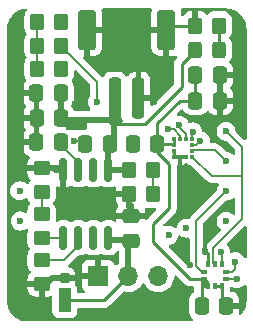
<source format=gbr>
%TF.GenerationSoftware,KiCad,Pcbnew,8.0.4*%
%TF.CreationDate,2025-01-29T23:36:48-05:00*%
%TF.ProjectId,Raidillon,52616964-696c-46c6-9f6e-2e6b69636164,rev?*%
%TF.SameCoordinates,Original*%
%TF.FileFunction,Copper,L4,Bot*%
%TF.FilePolarity,Positive*%
%FSLAX46Y46*%
G04 Gerber Fmt 4.6, Leading zero omitted, Abs format (unit mm)*
G04 Created by KiCad (PCBNEW 8.0.4) date 2025-01-29 23:36:48*
%MOMM*%
%LPD*%
G01*
G04 APERTURE LIST*
G04 Aperture macros list*
%AMRoundRect*
0 Rectangle with rounded corners*
0 $1 Rounding radius*
0 $2 $3 $4 $5 $6 $7 $8 $9 X,Y pos of 4 corners*
0 Add a 4 corners polygon primitive as box body*
4,1,4,$2,$3,$4,$5,$6,$7,$8,$9,$2,$3,0*
0 Add four circle primitives for the rounded corners*
1,1,$1+$1,$2,$3*
1,1,$1+$1,$4,$5*
1,1,$1+$1,$6,$7*
1,1,$1+$1,$8,$9*
0 Add four rect primitives between the rounded corners*
20,1,$1+$1,$2,$3,$4,$5,0*
20,1,$1+$1,$4,$5,$6,$7,0*
20,1,$1+$1,$6,$7,$8,$9,0*
20,1,$1+$1,$8,$9,$2,$3,0*%
G04 Aperture macros list end*
%TA.AperFunction,SMDPad,CuDef*%
%ADD10RoundRect,0.250000X-0.350000X-0.450000X0.350000X-0.450000X0.350000X0.450000X-0.350000X0.450000X0*%
%TD*%
%TA.AperFunction,SMDPad,CuDef*%
%ADD11RoundRect,0.250000X-0.337500X-0.475000X0.337500X-0.475000X0.337500X0.475000X-0.337500X0.475000X0*%
%TD*%
%TA.AperFunction,SMDPad,CuDef*%
%ADD12RoundRect,0.110000X0.440000X-0.890000X0.440000X0.890000X-0.440000X0.890000X-0.440000X-0.890000X0*%
%TD*%
%TA.AperFunction,SMDPad,CuDef*%
%ADD13RoundRect,0.080000X0.320000X-0.320000X0.320000X0.320000X-0.320000X0.320000X-0.320000X-0.320000X0*%
%TD*%
%TA.AperFunction,SMDPad,CuDef*%
%ADD14RoundRect,0.250000X0.337500X0.475000X-0.337500X0.475000X-0.337500X-0.475000X0.337500X-0.475000X0*%
%TD*%
%TA.AperFunction,SMDPad,CuDef*%
%ADD15RoundRect,0.250000X0.350000X0.450000X-0.350000X0.450000X-0.350000X-0.450000X0.350000X-0.450000X0*%
%TD*%
%TA.AperFunction,SMDPad,CuDef*%
%ADD16RoundRect,0.250000X0.475000X-0.337500X0.475000X0.337500X-0.475000X0.337500X-0.475000X-0.337500X0*%
%TD*%
%TA.AperFunction,SMDPad,CuDef*%
%ADD17RoundRect,0.250000X0.325000X0.450000X-0.325000X0.450000X-0.325000X-0.450000X0.325000X-0.450000X0*%
%TD*%
%TA.AperFunction,SMDPad,CuDef*%
%ADD18RoundRect,0.250000X0.450000X-0.350000X0.450000X0.350000X-0.450000X0.350000X-0.450000X-0.350000X0*%
%TD*%
%TA.AperFunction,SMDPad,CuDef*%
%ADD19RoundRect,0.250000X-0.450000X0.350000X-0.450000X-0.350000X0.450000X-0.350000X0.450000X0.350000X0*%
%TD*%
%TA.AperFunction,ComponentPad*%
%ADD20R,1.700000X1.700000*%
%TD*%
%TA.AperFunction,ComponentPad*%
%ADD21O,1.700000X1.700000*%
%TD*%
%TA.AperFunction,SMDPad,CuDef*%
%ADD22RoundRect,0.250000X-0.250000X-1.500000X0.250000X-1.500000X0.250000X1.500000X-0.250000X1.500000X0*%
%TD*%
%TA.AperFunction,SMDPad,CuDef*%
%ADD23RoundRect,0.250001X-0.499999X-1.449999X0.499999X-1.449999X0.499999X1.449999X-0.499999X1.449999X0*%
%TD*%
%TA.AperFunction,SMDPad,CuDef*%
%ADD24RoundRect,0.100000X-0.175000X-0.100000X0.175000X-0.100000X0.175000X0.100000X-0.175000X0.100000X0*%
%TD*%
%TA.AperFunction,SMDPad,CuDef*%
%ADD25RoundRect,0.100000X-0.100000X-0.175000X0.100000X-0.175000X0.100000X0.175000X-0.100000X0.175000X0*%
%TD*%
%TA.AperFunction,SMDPad,CuDef*%
%ADD26R,0.375000X0.350000*%
%TD*%
%TA.AperFunction,SMDPad,CuDef*%
%ADD27R,0.350000X0.375000*%
%TD*%
%TA.AperFunction,SMDPad,CuDef*%
%ADD28RoundRect,0.150000X-0.150000X0.825000X-0.150000X-0.825000X0.150000X-0.825000X0.150000X0.825000X0*%
%TD*%
%TA.AperFunction,HeatsinkPad*%
%ADD29R,3.100000X2.410000*%
%TD*%
%TA.AperFunction,ViaPad*%
%ADD30C,0.600000*%
%TD*%
%TA.AperFunction,ViaPad*%
%ADD31C,0.450000*%
%TD*%
%TA.AperFunction,Conductor*%
%ADD32C,0.508000*%
%TD*%
%TA.AperFunction,Conductor*%
%ADD33C,0.254000*%
%TD*%
%TA.AperFunction,Conductor*%
%ADD34C,0.127000*%
%TD*%
%TA.AperFunction,Conductor*%
%ADD35C,0.200000*%
%TD*%
G04 APERTURE END LIST*
D10*
%TO.P,R8,1*%
%TO.N,+3.3V*%
X102850000Y-103400000D03*
%TO.P,R8,2*%
%TO.N,/MCU/CS_BARO*%
X104850000Y-103400000D03*
%TD*%
D11*
%TO.P,C1,1*%
%TO.N,+3.3V*%
X116212500Y-108060000D03*
%TO.P,C1,2*%
%TO.N,GND*%
X118287500Y-108060000D03*
%TD*%
D10*
%TO.P,R7,1*%
%TO.N,+3.3V*%
X102850000Y-105400000D03*
%TO.P,R7,2*%
%TO.N,/MCU/CS_ACCEL*%
X104850000Y-105400000D03*
%TD*%
D11*
%TO.P,C9,1*%
%TO.N,+3.3V*%
X116742500Y-125450000D03*
%TO.P,C9,2*%
%TO.N,GND*%
X118817500Y-125450000D03*
%TD*%
D12*
%TO.P,D1,1,K*%
%TO.N,+BATT_FUSED*%
X105150000Y-124980000D03*
D13*
%TO.P,D1,2,A*%
%TO.N,GND*%
X105150000Y-123080000D03*
%TD*%
D14*
%TO.P,C10,1*%
%TO.N,+3.3V*%
X112987500Y-111750000D03*
%TO.P,C10,2*%
%TO.N,GND*%
X110912500Y-111750000D03*
%TD*%
D15*
%TO.P,R1,1*%
%TO.N,/LED_K*%
X118200000Y-101700000D03*
%TO.P,R1,2*%
%TO.N,GND*%
X116200000Y-101700000D03*
%TD*%
D16*
%TO.P,C8,1*%
%TO.N,+BATT_FUSED*%
X110750000Y-119937500D03*
%TO.P,C8,2*%
%TO.N,GND*%
X110750000Y-117862500D03*
%TD*%
D14*
%TO.P,C4,1*%
%TO.N,+BATT*%
X104842976Y-109546000D03*
%TO.P,C4,2*%
%TO.N,GND*%
X102767976Y-109546000D03*
%TD*%
%TO.P,C5,1*%
%TO.N,/Efuse/DVDT*%
X104837500Y-111600000D03*
%TO.P,C5,2*%
%TO.N,GND*%
X102762500Y-111600000D03*
%TD*%
D17*
%TO.P,D2,1,K*%
%TO.N,/LED_K*%
X118225000Y-103750000D03*
%TO.P,D2,2,A*%
%TO.N,+BATT*%
X116175000Y-103750000D03*
%TD*%
D14*
%TO.P,C3,1*%
%TO.N,+BATT*%
X104837500Y-107450000D03*
%TO.P,C3,2*%
%TO.N,GND*%
X102762500Y-107450000D03*
%TD*%
D10*
%TO.P,R5,1*%
%TO.N,+BATT*%
X110600000Y-113950000D03*
%TO.P,R5,2*%
%TO.N,/VMON*%
X112600000Y-113950000D03*
%TD*%
D11*
%TO.P,C2,1*%
%TO.N,+3.3V*%
X116212500Y-105900000D03*
%TO.P,C2,2*%
%TO.N,GND*%
X118287500Y-105900000D03*
%TD*%
D10*
%TO.P,R9,1*%
%TO.N,+3.3V*%
X102850000Y-101400000D03*
%TO.P,R9,2*%
%TO.N,/MCU/CHIP_EN*%
X104850000Y-101400000D03*
%TD*%
D18*
%TO.P,R2,1*%
%TO.N,/Efuse/OVLO*%
X103200000Y-119700000D03*
%TO.P,R2,2*%
%TO.N,/Efuse/INT_R_OVLO*%
X103200000Y-117700000D03*
%TD*%
D19*
%TO.P,R6,1*%
%TO.N,/IMON*%
X103200000Y-121550000D03*
%TO.P,R6,2*%
%TO.N,GND*%
X103200000Y-123550000D03*
%TD*%
D20*
%TO.P,J2,1,1*%
%TO.N,GND*%
X108000000Y-122900000D03*
D21*
%TO.P,J2,2,2*%
%TO.N,+BATT_FUSED*%
X110540000Y-122900000D03*
%TO.P,J2,3,3*%
%TO.N,/MCU/PWM*%
X113080000Y-122900000D03*
%TD*%
D22*
%TO.P,J1,1,1*%
%TO.N,+BATT*%
X109400000Y-107850000D03*
%TO.P,J1,2,2*%
%TO.N,GND*%
X111400000Y-107850000D03*
D23*
%TO.P,J1,MP,MP*%
X107050000Y-102100000D03*
X113750000Y-102100000D03*
%TD*%
D24*
%TO.P,U2,1,Vdd_IO*%
%TO.N,+3.3V*%
X116925000Y-123150000D03*
%TO.P,U2,2,SCL*%
%TO.N,/MCU/CLK*%
X116925000Y-122550000D03*
D25*
%TO.P,U2,3,GND*%
%TO.N,GND*%
X117250000Y-121925000D03*
%TO.P,U2,4,SDA*%
%TO.N,/MCU/MOSI*%
X117850000Y-121925000D03*
%TO.P,U2,5,SA0*%
%TO.N,/MCU/MISO*%
X118450000Y-121925000D03*
D24*
%TO.P,U2,6,~{CS}*%
%TO.N,/MCU/CS_BARO*%
X118775000Y-122550000D03*
%TO.P,U2,7,INT_DRDY*%
%TO.N,/MCU/INT_BARO*%
X118775000Y-123150000D03*
D25*
%TO.P,U2,8,GND*%
%TO.N,GND*%
X118450000Y-123775000D03*
%TO.P,U2,9,GND*%
X117850000Y-123775000D03*
%TO.P,U2,10,VDD*%
%TO.N,+3.3V*%
X117250000Y-123775000D03*
%TD*%
D26*
%TO.P,U3,1,SCL/SPC*%
%TO.N,/MCU/CLK*%
X115962500Y-111300000D03*
%TO.P,U3,2,~{CS}*%
%TO.N,/MCU/CS_ACCEL*%
X115962500Y-111800000D03*
%TO.P,U3,3,SA0/SDO*%
%TO.N,/MCU/MISO*%
X115962500Y-112300000D03*
%TO.P,U3,4,SDA/SDI*%
%TO.N,/MCU/MOSI*%
X115962500Y-112800000D03*
D27*
%TO.P,U3,5,RES*%
%TO.N,GND*%
X115450000Y-112812500D03*
%TO.P,U3,6,GND*%
X114950000Y-112812500D03*
D26*
%TO.P,U3,7,GND*%
X114437500Y-112800000D03*
%TO.P,U3,8,GND*%
X114437500Y-112300000D03*
%TO.P,U3,9,Vdd*%
%TO.N,+3.3V*%
X114437500Y-111800000D03*
%TO.P,U3,10,Vdd_IO*%
X114437500Y-111300000D03*
D27*
%TO.P,U3,11,INT2*%
%TO.N,/MCU/INT2_ACCEL*%
X114950000Y-111287500D03*
%TO.P,U3,12,INT1*%
%TO.N,/MCU/INT1_ACCEL*%
X115450000Y-111287500D03*
%TD*%
D28*
%TO.P,U4,1,GND*%
%TO.N,GND*%
X105045000Y-113925000D03*
%TO.P,U4,2,dV/dT*%
%TO.N,/Efuse/DVDT*%
X106315000Y-113925000D03*
%TO.P,U4,3,EN/UVLO*%
%TO.N,/VMON*%
X107585000Y-113925000D03*
%TO.P,U4,4,VIN*%
%TO.N,+BATT*%
X108855000Y-113925000D03*
%TO.P,U4,5,VOUT*%
%TO.N,+BATT_FUSED*%
X108855000Y-119675000D03*
%TO.P,U4,6,~{FLT}*%
%TO.N,unconnected-(U4-~{FLT}-Pad6)*%
X107585000Y-119675000D03*
%TO.P,U4,7,ILIM*%
%TO.N,/IMON*%
X106315000Y-119675000D03*
%TO.P,U4,8,OVLO*%
%TO.N,/Efuse/OVLO*%
X105045000Y-119675000D03*
D29*
%TO.P,U4,9,GND*%
%TO.N,GND*%
X106950000Y-116800000D03*
%TD*%
D14*
%TO.P,C6,1*%
%TO.N,+BATT*%
X108987500Y-111700000D03*
%TO.P,C6,2*%
%TO.N,GND*%
X106912500Y-111700000D03*
%TD*%
D15*
%TO.P,R4,1*%
%TO.N,/VMON*%
X112600000Y-115950000D03*
%TO.P,R4,2*%
%TO.N,GND*%
X110600000Y-115950000D03*
%TD*%
D18*
%TO.P,R3,1*%
%TO.N,/Efuse/INT_R_OVLO*%
X103200000Y-115800000D03*
%TO.P,R3,2*%
%TO.N,GND*%
X103200000Y-113800000D03*
%TD*%
D30*
%TO.N,+BATT*%
X104842976Y-109546000D03*
X105550000Y-110250000D03*
X106750000Y-110300000D03*
%TO.N,+3.3V*%
X116212500Y-105900000D03*
X102850000Y-101400000D03*
X116212500Y-108060000D03*
%TO.N,GND*%
X119650000Y-101150000D03*
X107050000Y-103200000D03*
X107800000Y-117350000D03*
X101400000Y-125800000D03*
X110650000Y-115950000D03*
X113600000Y-103050000D03*
X107850000Y-116200000D03*
X101100000Y-121900000D03*
X115250000Y-124000000D03*
X106000000Y-116200000D03*
X106010000Y-108353000D03*
X117050000Y-120800000D03*
X115500000Y-120500000D03*
X106750000Y-126200000D03*
X110800000Y-105450000D03*
X106000000Y-117350000D03*
X111100000Y-111750000D03*
X113700000Y-126250000D03*
X107300000Y-101600000D03*
X110450000Y-103250000D03*
X119700000Y-105600000D03*
X115750000Y-121950000D03*
X120000000Y-124250000D03*
X101250000Y-101300000D03*
X106900000Y-116200000D03*
X116200000Y-101700000D03*
X114950000Y-113800000D03*
X110350000Y-126200000D03*
X112675000Y-108200000D03*
X114950000Y-117600000D03*
X120000000Y-120100000D03*
X106600000Y-108650000D03*
X106900000Y-117350000D03*
X112800000Y-105600000D03*
X112300000Y-117450000D03*
X105950000Y-111450000D03*
%TO.N,/MCU/PWM*%
X118815000Y-118260000D03*
%TO.N,/VMON*%
X112600000Y-113950000D03*
D31*
X107600000Y-113900000D03*
D30*
%TO.N,/IMON*%
X106315000Y-119675000D03*
%TO.N,/MCU/INT1_ACCEL*%
X114850000Y-110150000D03*
X101400000Y-118250000D03*
%TO.N,/MCU/CS_ACCEL*%
X116650000Y-111450000D03*
X104900000Y-105750000D03*
%TO.N,/MCU/INT_BARO*%
X119750000Y-123150000D03*
X115450000Y-118850000D03*
%TO.N,/MCU/INT2_ACCEL*%
X113900000Y-110500000D03*
X101350000Y-115700000D03*
%TO.N,/MCU/CS_BARO*%
X113950000Y-119450000D03*
X107900000Y-108200000D03*
X119600000Y-121700000D03*
X104850000Y-103400000D03*
%TO.N,/MCU/MOSI*%
X118815000Y-110640000D03*
%TO.N,/MCU/MISO*%
X118815000Y-113180000D03*
X118350000Y-120850000D03*
%TO.N,/MCU/CLK*%
X118815000Y-115720000D03*
X116000000Y-110700000D03*
%TO.N,/MCU/CHIP_EN*%
X104850000Y-101400000D03*
%TD*%
D32*
%TO.N,+BATT*%
X106450000Y-110000000D02*
X105800000Y-110000000D01*
D33*
X115050000Y-106900000D02*
X115050000Y-104950000D01*
D32*
X105596976Y-110300000D02*
X104842976Y-109546000D01*
X104996976Y-109700000D02*
X106750000Y-109700000D01*
X104842976Y-109546000D02*
X104996976Y-109700000D01*
X109300000Y-107950000D02*
X109300000Y-110000000D01*
X104837500Y-107450000D02*
X104837500Y-109540524D01*
D33*
X109300000Y-110000000D02*
X111950000Y-110000000D01*
D32*
X106750000Y-110300000D02*
X106750000Y-109700000D01*
D33*
X116175000Y-103825000D02*
X116175000Y-103750000D01*
D32*
X108855000Y-111832500D02*
X108987500Y-111700000D01*
X109000000Y-109700000D02*
X109300000Y-110000000D01*
X109400000Y-107850000D02*
X109300000Y-107950000D01*
X106750000Y-109700000D02*
X109000000Y-109700000D01*
X106750000Y-110300000D02*
X106450000Y-110000000D01*
X109300000Y-111387500D02*
X108987500Y-111700000D01*
X108855000Y-113925000D02*
X108855000Y-111832500D01*
X109300000Y-110000000D02*
X109300000Y-111387500D01*
X104837500Y-109540524D02*
X104842976Y-109546000D01*
X105800000Y-110000000D02*
X105550000Y-110250000D01*
X110575000Y-113925000D02*
X110600000Y-113950000D01*
X109400000Y-107850000D02*
X109400000Y-109400000D01*
D33*
X111950000Y-110000000D02*
X115050000Y-106900000D01*
X115050000Y-104950000D02*
X116175000Y-103825000D01*
D32*
X109400000Y-109400000D02*
X109800000Y-109800000D01*
X106750000Y-110300000D02*
X105596976Y-110300000D01*
X108855000Y-113925000D02*
X110575000Y-113925000D01*
D33*
%TO.N,+3.3V*%
X112650000Y-118500000D02*
X112650000Y-120000000D01*
X117250000Y-123775000D02*
X117250000Y-123475000D01*
X116767500Y-123775000D02*
X116742500Y-123750000D01*
X116212500Y-108060000D02*
X116212500Y-105900000D01*
X117250000Y-123475000D02*
X116925000Y-123150000D01*
X112650000Y-120000000D02*
X115800000Y-123150000D01*
X116742500Y-125450000D02*
X116742500Y-123750000D01*
X114437500Y-111750000D02*
X114437500Y-111300000D01*
X117250000Y-123775000D02*
X116900000Y-123775000D01*
X115800000Y-123150000D02*
X116925000Y-123150000D01*
X117250000Y-123750000D02*
X116950000Y-123450000D01*
X114000000Y-113450000D02*
X114000000Y-117150000D01*
X114890000Y-108060000D02*
X116212500Y-108060000D01*
X116900000Y-123775000D02*
X116767500Y-123775000D01*
X112987500Y-112437500D02*
X114000000Y-113450000D01*
X112987500Y-111750000D02*
X112987500Y-109962500D01*
D34*
X102850000Y-101400000D02*
X102850000Y-105400000D01*
D33*
X117250000Y-123775000D02*
X117250000Y-123750000D01*
X116925000Y-123150000D02*
X116900000Y-123175000D01*
X112987500Y-109962500D02*
X114890000Y-108060000D01*
X114000000Y-117150000D02*
X112650000Y-118500000D01*
X116900000Y-123175000D02*
X116900000Y-123775000D01*
X112987500Y-111750000D02*
X112987500Y-112437500D01*
X112987500Y-111750000D02*
X114437500Y-111750000D01*
X116742500Y-123332500D02*
X116925000Y-123150000D01*
X116742500Y-123750000D02*
X116742500Y-123332500D01*
D32*
%TO.N,GND*%
X104050000Y-123100000D02*
X105130000Y-123100000D01*
X103600000Y-123550000D02*
X104050000Y-123100000D01*
D34*
X105950000Y-111450000D02*
X106662500Y-111450000D01*
D33*
X114150000Y-101700000D02*
X113750000Y-102100000D01*
X118450000Y-125082500D02*
X118817500Y-125450000D01*
X117850000Y-123775000D02*
X118450000Y-123775000D01*
X117250000Y-121925000D02*
X117250000Y-121000000D01*
X118450000Y-123775000D02*
X118450000Y-125082500D01*
X114437500Y-112800000D02*
X114937500Y-112800000D01*
D32*
X103200000Y-113800000D02*
X104920000Y-113800000D01*
X105130000Y-123100000D02*
X105150000Y-123080000D01*
D33*
X117250000Y-121000000D02*
X117050000Y-120800000D01*
X114950000Y-112812500D02*
X115448000Y-112812500D01*
X114437500Y-112800000D02*
X114437500Y-112302000D01*
D32*
X103200000Y-123550000D02*
X103600000Y-123550000D01*
X104920000Y-113800000D02*
X105045000Y-113925000D01*
D34*
X106662500Y-111450000D02*
X106912500Y-111700000D01*
D33*
X114937500Y-112800000D02*
X114950000Y-112812500D01*
X116200000Y-101700000D02*
X114150000Y-101700000D01*
%TO.N,+BATT_FUSED*%
X108460000Y-124980000D02*
X110540000Y-122900000D01*
D32*
X109030000Y-119850000D02*
X108855000Y-119675000D01*
D33*
X105150000Y-124980000D02*
X108460000Y-124980000D01*
D32*
X110540000Y-122900000D02*
X110540000Y-120147500D01*
X110662500Y-119850000D02*
X109030000Y-119850000D01*
X110750000Y-119937500D02*
X110662500Y-119850000D01*
X110540000Y-120147500D02*
X110750000Y-119937500D01*
D34*
%TO.N,/Efuse/INT_R_OVLO*%
X103200000Y-117700000D02*
X103200000Y-115800000D01*
%TO.N,/VMON*%
X107585000Y-113925000D02*
X107585000Y-113915000D01*
X107585000Y-113915000D02*
X107600000Y-113900000D01*
X112600000Y-113950000D02*
X112600000Y-115950000D01*
%TO.N,/IMON*%
X106315000Y-120335000D02*
X106315000Y-119675000D01*
X103200000Y-121550000D02*
X105100000Y-121550000D01*
X105100000Y-121550000D02*
X106315000Y-120335000D01*
%TO.N,/MCU/INT1_ACCEL*%
X114850000Y-110150000D02*
X114850000Y-110250000D01*
X115450000Y-110850000D02*
X115450000Y-111287500D01*
X114850000Y-110250000D02*
X115450000Y-110850000D01*
D35*
%TO.N,/MCU/CS_ACCEL*%
X104850000Y-105700000D02*
X104900000Y-105750000D01*
D34*
X116650000Y-111450000D02*
X116300000Y-111800000D01*
D35*
X104850000Y-105400000D02*
X104850000Y-105700000D01*
D34*
X116300000Y-111800000D02*
X115962500Y-111800000D01*
%TO.N,/MCU/INT_BARO*%
X118775000Y-123150000D02*
X119750000Y-123150000D01*
%TO.N,/MCU/INT2_ACCEL*%
X114950000Y-111287500D02*
X114950000Y-111055245D01*
X114950000Y-111055245D02*
X114394755Y-110500000D01*
X114394755Y-110500000D02*
X113900000Y-110500000D01*
%TO.N,/MCU/CS_BARO*%
X107900000Y-106450000D02*
X104850000Y-103400000D01*
X118775000Y-122550000D02*
X119350000Y-122550000D01*
X107900000Y-108200000D02*
X107900000Y-106450000D01*
X119600000Y-122300000D02*
X119600000Y-121700000D01*
X119350000Y-122550000D02*
X119600000Y-122300000D01*
%TO.N,/MCU/MOSI*%
X120150000Y-118100000D02*
X120150000Y-114450000D01*
X117750000Y-121825000D02*
X117750000Y-120500000D01*
X115962500Y-112800000D02*
X117612500Y-114450000D01*
X120150000Y-111975000D02*
X118815000Y-110640000D01*
X120150000Y-114450000D02*
X120150000Y-111975000D01*
X117850000Y-121925000D02*
X117750000Y-121825000D01*
X117612500Y-114450000D02*
X120150000Y-114450000D01*
X117750000Y-120500000D02*
X120150000Y-118100000D01*
%TO.N,/MCU/MISO*%
X116012500Y-112250000D02*
X117885000Y-112250000D01*
X115962500Y-112300000D02*
X116012500Y-112250000D01*
X117885000Y-112250000D02*
X118815000Y-113180000D01*
X118450000Y-120950000D02*
X118350000Y-120850000D01*
X118450000Y-121925000D02*
X118450000Y-120950000D01*
%TO.N,/MCU/CLK*%
X116300000Y-118235000D02*
X116300000Y-122050000D01*
X116000000Y-110700000D02*
X115962500Y-110737500D01*
X116300000Y-122050000D02*
X116800000Y-122550000D01*
X118815000Y-115720000D02*
X116300000Y-118235000D01*
X116800000Y-122550000D02*
X116925000Y-122550000D01*
X115962500Y-110737500D02*
X115962500Y-111300000D01*
D33*
%TO.N,/LED_K*%
X118225000Y-101725000D02*
X118200000Y-101700000D01*
X118225000Y-103750000D02*
X118225000Y-101725000D01*
D34*
%TO.N,/Efuse/DVDT*%
X106315000Y-113925000D02*
X106315000Y-113265000D01*
X104837500Y-111787500D02*
X104837500Y-111600000D01*
X106315000Y-113265000D02*
X104837500Y-111787500D01*
%TO.N,/Efuse/OVLO*%
X105045000Y-119675000D02*
X103225000Y-119675000D01*
X103225000Y-119675000D02*
X103200000Y-119700000D01*
%TD*%
%TA.AperFunction,Conductor*%
%TO.N,GND*%
G36*
X101885436Y-100278428D02*
G01*
X101934841Y-100327833D01*
X101949693Y-100396106D01*
X101925276Y-100461571D01*
X101913694Y-100474937D01*
X101907290Y-100481341D01*
X101907288Y-100481343D01*
X101907288Y-100481344D01*
X101897440Y-100497310D01*
X101815187Y-100630663D01*
X101815185Y-100630668D01*
X101806364Y-100657288D01*
X101760001Y-100797203D01*
X101760001Y-100797204D01*
X101760000Y-100797204D01*
X101749500Y-100899983D01*
X101749500Y-101900001D01*
X101749501Y-101900019D01*
X101760000Y-102002796D01*
X101760001Y-102002799D01*
X101815185Y-102169331D01*
X101815187Y-102169336D01*
X101907289Y-102318657D01*
X101910795Y-102323091D01*
X101936934Y-102387887D01*
X101923892Y-102456529D01*
X101910795Y-102476909D01*
X101907289Y-102481342D01*
X101815187Y-102630663D01*
X101815186Y-102630666D01*
X101760001Y-102797203D01*
X101760001Y-102797204D01*
X101760000Y-102797204D01*
X101749500Y-102899983D01*
X101749500Y-103900001D01*
X101749501Y-103900019D01*
X101760000Y-104002796D01*
X101760001Y-104002799D01*
X101806233Y-104142315D01*
X101815186Y-104169334D01*
X101895780Y-104299999D01*
X101907289Y-104318657D01*
X101910795Y-104323091D01*
X101936934Y-104387887D01*
X101923892Y-104456529D01*
X101910795Y-104476909D01*
X101907289Y-104481342D01*
X101815187Y-104630663D01*
X101815186Y-104630666D01*
X101760001Y-104797203D01*
X101760001Y-104797204D01*
X101760000Y-104797204D01*
X101749500Y-104899983D01*
X101749500Y-105900001D01*
X101749501Y-105900019D01*
X101760000Y-106002796D01*
X101760001Y-106002799D01*
X101815185Y-106169331D01*
X101815189Y-106169340D01*
X101899076Y-106305343D01*
X101917516Y-106372735D01*
X101896593Y-106439399D01*
X101881219Y-106458119D01*
X101832684Y-106506654D01*
X101740643Y-106655875D01*
X101740641Y-106655880D01*
X101685494Y-106822302D01*
X101685493Y-106822309D01*
X101675000Y-106925013D01*
X101675000Y-107200000D01*
X102888500Y-107200000D01*
X102955539Y-107219685D01*
X103001294Y-107272489D01*
X103012500Y-107324000D01*
X103012500Y-108303641D01*
X103015142Y-108308480D01*
X103017976Y-108334838D01*
X103017976Y-110757162D01*
X103012500Y-110775810D01*
X103012500Y-111726000D01*
X102992815Y-111793039D01*
X102940011Y-111838794D01*
X102888500Y-111850000D01*
X101675001Y-111850000D01*
X101675001Y-112124986D01*
X101685494Y-112227697D01*
X101740641Y-112394119D01*
X101740643Y-112394124D01*
X101832684Y-112543345D01*
X101956654Y-112667315D01*
X102105875Y-112759356D01*
X102105880Y-112759358D01*
X102120929Y-112764345D01*
X102178374Y-112804118D01*
X102205197Y-112868634D01*
X102192882Y-112937410D01*
X102169609Y-112969730D01*
X102157683Y-112981656D01*
X102065643Y-113130875D01*
X102065641Y-113130880D01*
X102010494Y-113297302D01*
X102010493Y-113297309D01*
X102000000Y-113400013D01*
X102000000Y-113550000D01*
X104319000Y-113550000D01*
X104386039Y-113569685D01*
X104431794Y-113622489D01*
X104443000Y-113674000D01*
X104443000Y-113675000D01*
X105171000Y-113675000D01*
X105238039Y-113694685D01*
X105283794Y-113747489D01*
X105295000Y-113799000D01*
X105295000Y-115397295D01*
X105295001Y-115397295D01*
X105297486Y-115397100D01*
X105455198Y-115351281D01*
X105596550Y-115267686D01*
X105602717Y-115262903D01*
X105604630Y-115265369D01*
X105653222Y-115238802D01*
X105722917Y-115243749D01*
X105755762Y-115264853D01*
X105756969Y-115263298D01*
X105763132Y-115268078D01*
X105763135Y-115268081D01*
X105904602Y-115351744D01*
X105904609Y-115351746D01*
X106062426Y-115397597D01*
X106062429Y-115397597D01*
X106062431Y-115397598D01*
X106099306Y-115400500D01*
X106099314Y-115400500D01*
X106530686Y-115400500D01*
X106530694Y-115400500D01*
X106567569Y-115397598D01*
X106567571Y-115397597D01*
X106567573Y-115397597D01*
X106620397Y-115382250D01*
X106725398Y-115351744D01*
X106866865Y-115268081D01*
X106866870Y-115268075D01*
X106873031Y-115263298D01*
X106874933Y-115265750D01*
X106923579Y-115239155D01*
X106993274Y-115244104D01*
X107025695Y-115264940D01*
X107026969Y-115263298D01*
X107033132Y-115268078D01*
X107033135Y-115268081D01*
X107174602Y-115351744D01*
X107174609Y-115351746D01*
X107332426Y-115397597D01*
X107332429Y-115397597D01*
X107332431Y-115397598D01*
X107369306Y-115400500D01*
X107369314Y-115400500D01*
X107800686Y-115400500D01*
X107800694Y-115400500D01*
X107837569Y-115397598D01*
X107837571Y-115397597D01*
X107837573Y-115397597D01*
X107890397Y-115382250D01*
X107995398Y-115351744D01*
X108136865Y-115268081D01*
X108136870Y-115268075D01*
X108143031Y-115263298D01*
X108144933Y-115265750D01*
X108193579Y-115239155D01*
X108263274Y-115244104D01*
X108295695Y-115264940D01*
X108296969Y-115263298D01*
X108303132Y-115268078D01*
X108303135Y-115268081D01*
X108444602Y-115351744D01*
X108444609Y-115351746D01*
X108602426Y-115397597D01*
X108602429Y-115397597D01*
X108602431Y-115397598D01*
X108639306Y-115400500D01*
X108639314Y-115400500D01*
X109070686Y-115400500D01*
X109070694Y-115400500D01*
X109107569Y-115397598D01*
X109107571Y-115397597D01*
X109107573Y-115397597D01*
X109265392Y-115351746D01*
X109265392Y-115351745D01*
X109265398Y-115351744D01*
X109314328Y-115322806D01*
X109382048Y-115305625D01*
X109448311Y-115327785D01*
X109492074Y-115382250D01*
X109500805Y-115442134D01*
X109500000Y-115450011D01*
X109500000Y-115700000D01*
X110726000Y-115700000D01*
X110793039Y-115719685D01*
X110838794Y-115772489D01*
X110850000Y-115824000D01*
X110850000Y-116732000D01*
X110876000Y-116732000D01*
X110943039Y-116751685D01*
X110988794Y-116804489D01*
X111000000Y-116856000D01*
X111000000Y-117612500D01*
X111974999Y-117612500D01*
X111974999Y-117475028D01*
X111974998Y-117475013D01*
X111964505Y-117372302D01*
X111939328Y-117296322D01*
X111936926Y-117226494D01*
X111972658Y-117166452D01*
X112035178Y-117135259D01*
X112090450Y-117139214D01*
X112090586Y-117138582D01*
X112095091Y-117139546D01*
X112096043Y-117139614D01*
X112097203Y-117139999D01*
X112199991Y-117150500D01*
X112812719Y-117150499D01*
X112879758Y-117170183D01*
X112925513Y-117222987D01*
X112935457Y-117292146D01*
X112906432Y-117355702D01*
X112900400Y-117362180D01*
X112569308Y-117693273D01*
X112249992Y-118012589D01*
X112218146Y-118044435D01*
X112162582Y-118099998D01*
X112159178Y-118104146D01*
X112101428Y-118143474D01*
X112031584Y-118145337D01*
X111975652Y-118113152D01*
X111975000Y-118112500D01*
X109525001Y-118112500D01*
X109525001Y-118184389D01*
X109505316Y-118251428D01*
X109452512Y-118297183D01*
X109383354Y-118307127D01*
X109337881Y-118291122D01*
X109328224Y-118285411D01*
X109265398Y-118248256D01*
X109265394Y-118248255D01*
X109265393Y-118248254D01*
X109107573Y-118202402D01*
X109107567Y-118202401D01*
X109070701Y-118199500D01*
X109070694Y-118199500D01*
X108639306Y-118199500D01*
X108639298Y-118199500D01*
X108602432Y-118202401D01*
X108602426Y-118202402D01*
X108444606Y-118248254D01*
X108444603Y-118248255D01*
X108303137Y-118331917D01*
X108296969Y-118336702D01*
X108295072Y-118334256D01*
X108246358Y-118360857D01*
X108176666Y-118355873D01*
X108144296Y-118335069D01*
X108143031Y-118336702D01*
X108136862Y-118331917D01*
X108015249Y-118259996D01*
X107995398Y-118248256D01*
X107995397Y-118248255D01*
X107995396Y-118248255D01*
X107995393Y-118248254D01*
X107837573Y-118202402D01*
X107837567Y-118202401D01*
X107800701Y-118199500D01*
X107800694Y-118199500D01*
X107369306Y-118199500D01*
X107369298Y-118199500D01*
X107332432Y-118202401D01*
X107332426Y-118202402D01*
X107174606Y-118248254D01*
X107174603Y-118248255D01*
X107033137Y-118331917D01*
X107026969Y-118336702D01*
X107025072Y-118334256D01*
X106976358Y-118360857D01*
X106906666Y-118355873D01*
X106874296Y-118335069D01*
X106873031Y-118336702D01*
X106866862Y-118331917D01*
X106745249Y-118259996D01*
X106725398Y-118248256D01*
X106725397Y-118248255D01*
X106725396Y-118248255D01*
X106725393Y-118248254D01*
X106567573Y-118202402D01*
X106567567Y-118202401D01*
X106530701Y-118199500D01*
X106530694Y-118199500D01*
X106099306Y-118199500D01*
X106099298Y-118199500D01*
X106062432Y-118202401D01*
X106062426Y-118202402D01*
X105904606Y-118248254D01*
X105904603Y-118248255D01*
X105763137Y-118331917D01*
X105756969Y-118336702D01*
X105755072Y-118334256D01*
X105706358Y-118360857D01*
X105636666Y-118355873D01*
X105604296Y-118335069D01*
X105603031Y-118336702D01*
X105596862Y-118331917D01*
X105475249Y-118259996D01*
X105455398Y-118248256D01*
X105455397Y-118248255D01*
X105455396Y-118248255D01*
X105455393Y-118248254D01*
X105297573Y-118202402D01*
X105297567Y-118202401D01*
X105260701Y-118199500D01*
X105260694Y-118199500D01*
X104829306Y-118199500D01*
X104829298Y-118199500D01*
X104792432Y-118202401D01*
X104792426Y-118202402D01*
X104634606Y-118248254D01*
X104634599Y-118248257D01*
X104580772Y-118280090D01*
X104513048Y-118297273D01*
X104446786Y-118275113D01*
X104403023Y-118220646D01*
X104394294Y-118160755D01*
X104395869Y-118145337D01*
X104400500Y-118100009D01*
X104400499Y-117299992D01*
X104389999Y-117197203D01*
X104334814Y-117030666D01*
X104242712Y-116881344D01*
X104199048Y-116837680D01*
X104165564Y-116776358D01*
X104170548Y-116706666D01*
X104199049Y-116662319D01*
X104242712Y-116618656D01*
X104334814Y-116469334D01*
X104341225Y-116449986D01*
X109500001Y-116449986D01*
X109510494Y-116552697D01*
X109565641Y-116719119D01*
X109565643Y-116719124D01*
X109657684Y-116868345D01*
X109676765Y-116887426D01*
X109710250Y-116948749D01*
X109705266Y-117018441D01*
X109686352Y-117052015D01*
X109682687Y-117056649D01*
X109590643Y-117205875D01*
X109590641Y-117205880D01*
X109535494Y-117372302D01*
X109535493Y-117372309D01*
X109525000Y-117475013D01*
X109525000Y-117612500D01*
X110500000Y-117612500D01*
X110500000Y-117193000D01*
X110474000Y-117193000D01*
X110406961Y-117173315D01*
X110361206Y-117120511D01*
X110350000Y-117069000D01*
X110350000Y-116200000D01*
X109500001Y-116200000D01*
X109500001Y-116449986D01*
X104341225Y-116449986D01*
X104389999Y-116302797D01*
X104400500Y-116200009D01*
X104400499Y-115430109D01*
X104420183Y-115363071D01*
X104472987Y-115317316D01*
X104542146Y-115307372D01*
X104587621Y-115323378D01*
X104634803Y-115351282D01*
X104792514Y-115397100D01*
X104792511Y-115397100D01*
X104794998Y-115397295D01*
X104795000Y-115397295D01*
X104795000Y-114175000D01*
X104326000Y-114175000D01*
X104258961Y-114155315D01*
X104213206Y-114102511D01*
X104202000Y-114051000D01*
X104202000Y-114050000D01*
X102000001Y-114050000D01*
X102000001Y-114199986D01*
X102010494Y-114302697D01*
X102065641Y-114469119D01*
X102065643Y-114469124D01*
X102157684Y-114618345D01*
X102251304Y-114711965D01*
X102284789Y-114773288D01*
X102279805Y-114842980D01*
X102251305Y-114887327D01*
X102157285Y-114981347D01*
X102089357Y-115091476D01*
X102037409Y-115138201D01*
X101968447Y-115149422D01*
X101904365Y-115121579D01*
X101896138Y-115114060D01*
X101852262Y-115070184D01*
X101699523Y-114974211D01*
X101529254Y-114914631D01*
X101529249Y-114914630D01*
X101350004Y-114894435D01*
X101349996Y-114894435D01*
X101170750Y-114914630D01*
X101170745Y-114914631D01*
X101000476Y-114974211D01*
X100847737Y-115070184D01*
X100720184Y-115197737D01*
X100624211Y-115350476D01*
X100564631Y-115520745D01*
X100564630Y-115520750D01*
X100544435Y-115699996D01*
X100544435Y-115700000D01*
X100564630Y-115879249D01*
X100564631Y-115879254D01*
X100624211Y-116049523D01*
X100700499Y-116170933D01*
X100720184Y-116202262D01*
X100847738Y-116329816D01*
X101000478Y-116425789D01*
X101124928Y-116469336D01*
X101170745Y-116485368D01*
X101170750Y-116485369D01*
X101349996Y-116505565D01*
X101350000Y-116505565D01*
X101350004Y-116505565D01*
X101529249Y-116485369D01*
X101529252Y-116485368D01*
X101529255Y-116485368D01*
X101699522Y-116425789D01*
X101852262Y-116329816D01*
X101852263Y-116329814D01*
X101856302Y-116327277D01*
X101923538Y-116308277D01*
X101990374Y-116328645D01*
X102035588Y-116381912D01*
X102039978Y-116393264D01*
X102065186Y-116469334D01*
X102116604Y-116552697D01*
X102157289Y-116618657D01*
X102200951Y-116662320D01*
X102234435Y-116723643D01*
X102229450Y-116793335D01*
X102200951Y-116837680D01*
X102157289Y-116881342D01*
X102065187Y-117030663D01*
X102065185Y-117030668D01*
X102056576Y-117056649D01*
X102010001Y-117197203D01*
X102010001Y-117197204D01*
X102010000Y-117197204D01*
X101999500Y-117299983D01*
X101999500Y-117456921D01*
X101979815Y-117523960D01*
X101927011Y-117569715D01*
X101857853Y-117579659D01*
X101809528Y-117561915D01*
X101749523Y-117524211D01*
X101579254Y-117464631D01*
X101579249Y-117464630D01*
X101400004Y-117444435D01*
X101399996Y-117444435D01*
X101220750Y-117464630D01*
X101220745Y-117464631D01*
X101050476Y-117524211D01*
X100897737Y-117620184D01*
X100770184Y-117747737D01*
X100674211Y-117900476D01*
X100614631Y-118070745D01*
X100614630Y-118070750D01*
X100594435Y-118249996D01*
X100594435Y-118250003D01*
X100614630Y-118429249D01*
X100614631Y-118429254D01*
X100674211Y-118599523D01*
X100739207Y-118702963D01*
X100770184Y-118752262D01*
X100897738Y-118879816D01*
X101050478Y-118975789D01*
X101220745Y-119035368D01*
X101220750Y-119035369D01*
X101399996Y-119055565D01*
X101400000Y-119055565D01*
X101400004Y-119055565D01*
X101579249Y-119035369D01*
X101579252Y-119035368D01*
X101579255Y-119035368D01*
X101749522Y-118975789D01*
X101878918Y-118894483D01*
X101946154Y-118875483D01*
X102012989Y-118895850D01*
X102058204Y-118949118D01*
X102067442Y-119018374D01*
X102062596Y-119038480D01*
X102010001Y-119197200D01*
X102010000Y-119197204D01*
X101999500Y-119299983D01*
X101999500Y-120100001D01*
X101999501Y-120100019D01*
X102010000Y-120202796D01*
X102010001Y-120202799D01*
X102065185Y-120369331D01*
X102065187Y-120369336D01*
X102157289Y-120518657D01*
X102175951Y-120537319D01*
X102209436Y-120598642D01*
X102204452Y-120668334D01*
X102175951Y-120712681D01*
X102157289Y-120731342D01*
X102065187Y-120880663D01*
X102065185Y-120880668D01*
X102047199Y-120934946D01*
X102010001Y-121047203D01*
X102010001Y-121047204D01*
X102010000Y-121047204D01*
X101999500Y-121149983D01*
X101999500Y-121950001D01*
X101999501Y-121950019D01*
X102010000Y-122052796D01*
X102010001Y-122052799D01*
X102065185Y-122219331D01*
X102065187Y-122219336D01*
X102157289Y-122368657D01*
X102251304Y-122462672D01*
X102284789Y-122523995D01*
X102279805Y-122593687D01*
X102251305Y-122638034D01*
X102157682Y-122731657D01*
X102065643Y-122880875D01*
X102065641Y-122880880D01*
X102010494Y-123047302D01*
X102010493Y-123047309D01*
X102000000Y-123150013D01*
X102000000Y-123300000D01*
X103326000Y-123300000D01*
X103393039Y-123319685D01*
X103438794Y-123372489D01*
X103450000Y-123424000D01*
X103450000Y-124649999D01*
X103699972Y-124649999D01*
X103699986Y-124649998D01*
X103802695Y-124639506D01*
X103936495Y-124595168D01*
X104006323Y-124592766D01*
X104066366Y-124628497D01*
X104097559Y-124691017D01*
X104099500Y-124712874D01*
X104099500Y-125931657D01*
X104102223Y-125966260D01*
X104102224Y-125966266D01*
X104145256Y-126114381D01*
X104145257Y-126114384D01*
X104223774Y-126247150D01*
X104223781Y-126247159D01*
X104332840Y-126356218D01*
X104332844Y-126356221D01*
X104332846Y-126356223D01*
X104465614Y-126434742D01*
X104504675Y-126446090D01*
X104613733Y-126477775D01*
X104613736Y-126477775D01*
X104613738Y-126477776D01*
X104648350Y-126480500D01*
X104648358Y-126480500D01*
X105651642Y-126480500D01*
X105651650Y-126480500D01*
X105686262Y-126477776D01*
X105686264Y-126477775D01*
X105686266Y-126477775D01*
X105725323Y-126466427D01*
X105834386Y-126434742D01*
X105967154Y-126356223D01*
X106076223Y-126247154D01*
X106154742Y-126114386D01*
X106195237Y-125975001D01*
X106197775Y-125966266D01*
X106197776Y-125966260D01*
X106200500Y-125931650D01*
X106200500Y-125731500D01*
X106220185Y-125664461D01*
X106272989Y-125618706D01*
X106324500Y-125607500D01*
X108521804Y-125607500D01*
X108521805Y-125607499D01*
X108643035Y-125583386D01*
X108723784Y-125549937D01*
X108757233Y-125536083D01*
X108860008Y-125467411D01*
X108947411Y-125380008D01*
X110086584Y-124240833D01*
X110147905Y-124207350D01*
X110206356Y-124208741D01*
X110245088Y-124219119D01*
X110304592Y-124235063D01*
X110492918Y-124251539D01*
X110539999Y-124255659D01*
X110540000Y-124255659D01*
X110540001Y-124255659D01*
X110579234Y-124252226D01*
X110775408Y-124235063D01*
X111003663Y-124173903D01*
X111217830Y-124074035D01*
X111411401Y-123938495D01*
X111578495Y-123771401D01*
X111708425Y-123585842D01*
X111763002Y-123542217D01*
X111832500Y-123535023D01*
X111894855Y-123566546D01*
X111911575Y-123585842D01*
X112041500Y-123771395D01*
X112041505Y-123771401D01*
X112208599Y-123938495D01*
X112281196Y-123989328D01*
X112402165Y-124074032D01*
X112402167Y-124074033D01*
X112402170Y-124074035D01*
X112616337Y-124173903D01*
X112844592Y-124235063D01*
X113032918Y-124251539D01*
X113079999Y-124255659D01*
X113080000Y-124255659D01*
X113080001Y-124255659D01*
X113119234Y-124252226D01*
X113315408Y-124235063D01*
X113543663Y-124173903D01*
X113757830Y-124074035D01*
X113951401Y-123938495D01*
X114118495Y-123771401D01*
X114254035Y-123577830D01*
X114353903Y-123363663D01*
X114415063Y-123135408D01*
X114430738Y-122956238D01*
X114456190Y-122891171D01*
X114512781Y-122850192D01*
X114582543Y-122846314D01*
X114641947Y-122879366D01*
X115312589Y-123550008D01*
X115366358Y-123603777D01*
X115399994Y-123637413D01*
X115399996Y-123637414D01*
X115502756Y-123706076D01*
X115502758Y-123706077D01*
X115502767Y-123706083D01*
X115527772Y-123716440D01*
X115550071Y-123725677D01*
X115592254Y-123743149D01*
X115616966Y-123753386D01*
X115707505Y-123771395D01*
X115738192Y-123777499D01*
X115738196Y-123777500D01*
X115738197Y-123777500D01*
X115991000Y-123777500D01*
X116058039Y-123797185D01*
X116103794Y-123849989D01*
X116115000Y-123901500D01*
X116115000Y-124202885D01*
X116095315Y-124269924D01*
X116056097Y-124308424D01*
X115936342Y-124382289D01*
X115812289Y-124506342D01*
X115720187Y-124655663D01*
X115720185Y-124655668D01*
X115720115Y-124655880D01*
X115665001Y-124822203D01*
X115665001Y-124822204D01*
X115665000Y-124822204D01*
X115654500Y-124924983D01*
X115654500Y-125975001D01*
X115654501Y-125975019D01*
X115665000Y-126077796D01*
X115665001Y-126077799D01*
X115720185Y-126244331D01*
X115720186Y-126244334D01*
X115812288Y-126393656D01*
X115936344Y-126517712D01*
X115939991Y-126519962D01*
X115941967Y-126522158D01*
X115942011Y-126522193D01*
X115942005Y-126522200D01*
X115986715Y-126571909D01*
X115997938Y-126640872D01*
X115970094Y-126704954D01*
X115912025Y-126743810D01*
X115874894Y-126749500D01*
X102004428Y-126749500D01*
X101995582Y-126749184D01*
X101759864Y-126732325D01*
X101742352Y-126729807D01*
X101515779Y-126680519D01*
X101498803Y-126675535D01*
X101281537Y-126594498D01*
X101265444Y-126587148D01*
X101061931Y-126476022D01*
X101047048Y-126466457D01*
X100861420Y-126327498D01*
X100848049Y-126315912D01*
X100684087Y-126151950D01*
X100672501Y-126138579D01*
X100533542Y-125952951D01*
X100523977Y-125938068D01*
X100412851Y-125734555D01*
X100405501Y-125718462D01*
X100371578Y-125627511D01*
X100324461Y-125501188D01*
X100319482Y-125484229D01*
X100270191Y-125257641D01*
X100267674Y-125240135D01*
X100250816Y-125004418D01*
X100250500Y-124995572D01*
X100250500Y-123949986D01*
X102000001Y-123949986D01*
X102010494Y-124052697D01*
X102065641Y-124219119D01*
X102065643Y-124219124D01*
X102157684Y-124368345D01*
X102281654Y-124492315D01*
X102430875Y-124584356D01*
X102430880Y-124584358D01*
X102597302Y-124639505D01*
X102597309Y-124639506D01*
X102700019Y-124649999D01*
X102949999Y-124649999D01*
X102950000Y-124649998D01*
X102950000Y-123800000D01*
X102000001Y-123800000D01*
X102000001Y-123949986D01*
X100250500Y-123949986D01*
X100250500Y-111075013D01*
X101675000Y-111075013D01*
X101675000Y-111350000D01*
X102512500Y-111350000D01*
X102512500Y-110388838D01*
X102517976Y-110370189D01*
X102517976Y-109796000D01*
X101680477Y-109796000D01*
X101680477Y-110070986D01*
X101690970Y-110173697D01*
X101746117Y-110340119D01*
X101746119Y-110340124D01*
X101838160Y-110489345D01*
X101841175Y-110493158D01*
X101867315Y-110557953D01*
X101854274Y-110626595D01*
X101836748Y-110650666D01*
X101837161Y-110650993D01*
X101832684Y-110656653D01*
X101740643Y-110805875D01*
X101740641Y-110805880D01*
X101685494Y-110972302D01*
X101685493Y-110972309D01*
X101675000Y-111075013D01*
X100250500Y-111075013D01*
X100250500Y-107974986D01*
X101675001Y-107974986D01*
X101685494Y-108077697D01*
X101740641Y-108244119D01*
X101740643Y-108244124D01*
X101832684Y-108393345D01*
X101852396Y-108413057D01*
X101885881Y-108474380D01*
X101880897Y-108544072D01*
X101852396Y-108588419D01*
X101838160Y-108602654D01*
X101746119Y-108751875D01*
X101746117Y-108751880D01*
X101690970Y-108918302D01*
X101690969Y-108918309D01*
X101680476Y-109021013D01*
X101680476Y-109296000D01*
X102517976Y-109296000D01*
X102517976Y-108692358D01*
X102515334Y-108687520D01*
X102512500Y-108661162D01*
X102512500Y-107700000D01*
X101675001Y-107700000D01*
X101675001Y-107974986D01*
X100250500Y-107974986D01*
X100250500Y-102004427D01*
X100250816Y-101995581D01*
X100267674Y-101759857D01*
X100270190Y-101742360D01*
X100319483Y-101515766D01*
X100324460Y-101498815D01*
X100405501Y-101281536D01*
X100412851Y-101265444D01*
X100448587Y-101199998D01*
X100523981Y-101061923D01*
X100533537Y-101047054D01*
X100672506Y-100861413D01*
X100684080Y-100848056D01*
X100848056Y-100684080D01*
X100861413Y-100672506D01*
X101047054Y-100533537D01*
X101061923Y-100523981D01*
X101265444Y-100412850D01*
X101281537Y-100405501D01*
X101306726Y-100396106D01*
X101498815Y-100324460D01*
X101515766Y-100319483D01*
X101742360Y-100270190D01*
X101759857Y-100267674D01*
X101817164Y-100263576D01*
X101885436Y-100278428D01*
G37*
%TD.AperFunction*%
%TA.AperFunction,Conductor*%
G36*
X120468834Y-123665758D02*
G01*
X120524767Y-123707630D01*
X120549184Y-123773094D01*
X120549500Y-123781940D01*
X120549500Y-124995572D01*
X120549184Y-125004418D01*
X120532325Y-125240135D01*
X120529807Y-125257647D01*
X120480519Y-125484220D01*
X120475535Y-125501196D01*
X120394498Y-125718462D01*
X120387148Y-125734555D01*
X120276022Y-125938068D01*
X120266457Y-125952951D01*
X120127498Y-126138579D01*
X120115912Y-126151950D01*
X120107327Y-126160535D01*
X120046004Y-126194020D01*
X119976312Y-126189036D01*
X119920379Y-126147164D01*
X119895962Y-126081700D01*
X119896288Y-126060251D01*
X119904999Y-125974986D01*
X119905000Y-125974973D01*
X119905000Y-125700000D01*
X118691500Y-125700000D01*
X118624461Y-125680315D01*
X118578706Y-125627511D01*
X118567500Y-125576000D01*
X118567500Y-125324000D01*
X118587185Y-125256961D01*
X118639989Y-125211206D01*
X118691500Y-125200000D01*
X119904999Y-125200000D01*
X119904999Y-124925028D01*
X119904998Y-124925013D01*
X119894505Y-124822302D01*
X119839358Y-124655880D01*
X119839356Y-124655875D01*
X119747315Y-124506654D01*
X119623345Y-124382684D01*
X119474124Y-124290643D01*
X119474119Y-124290641D01*
X119307697Y-124235494D01*
X119307690Y-124235493D01*
X119247111Y-124229304D01*
X119182420Y-124202907D01*
X119142269Y-124145726D01*
X119136776Y-124089759D01*
X119149999Y-123989328D01*
X119149999Y-123942766D01*
X119169682Y-123875727D01*
X119222485Y-123829971D01*
X119291644Y-123820026D01*
X119339971Y-123837770D01*
X119371178Y-123857379D01*
X119400478Y-123875789D01*
X119473956Y-123901500D01*
X119570745Y-123935368D01*
X119570750Y-123935369D01*
X119749996Y-123955565D01*
X119750000Y-123955565D01*
X119750004Y-123955565D01*
X119929249Y-123935369D01*
X119929252Y-123935368D01*
X119929255Y-123935368D01*
X120099522Y-123875789D01*
X120252262Y-123779816D01*
X120337819Y-123694259D01*
X120399142Y-123660774D01*
X120468834Y-123665758D01*
G37*
%TD.AperFunction*%
%TA.AperFunction,Conductor*%
G36*
X109739168Y-120814743D02*
G01*
X109779098Y-120872078D01*
X109785500Y-120911406D01*
X109785500Y-121715099D01*
X109765815Y-121782138D01*
X109732624Y-121816674D01*
X109668601Y-121861503D01*
X109546284Y-121983819D01*
X109484960Y-122017303D01*
X109415269Y-122012318D01*
X109359335Y-121970447D01*
X109342421Y-121939470D01*
X109293354Y-121807913D01*
X109293350Y-121807906D01*
X109207190Y-121692812D01*
X109207187Y-121692809D01*
X109092093Y-121606649D01*
X109092086Y-121606645D01*
X108957379Y-121556403D01*
X108957372Y-121556401D01*
X108897844Y-121550000D01*
X108250000Y-121550000D01*
X108250000Y-122466988D01*
X108192993Y-122434075D01*
X108065826Y-122400000D01*
X107934174Y-122400000D01*
X107807007Y-122434075D01*
X107750000Y-122466988D01*
X107750000Y-121550000D01*
X107102155Y-121550000D01*
X107042627Y-121556401D01*
X107042620Y-121556403D01*
X106907913Y-121606645D01*
X106907906Y-121606649D01*
X106792812Y-121692809D01*
X106792809Y-121692812D01*
X106706649Y-121807906D01*
X106706645Y-121807913D01*
X106656403Y-121942620D01*
X106656401Y-121942627D01*
X106650000Y-122002155D01*
X106650000Y-122650000D01*
X107566988Y-122650000D01*
X107534075Y-122707007D01*
X107500000Y-122834174D01*
X107500000Y-122965826D01*
X107534075Y-123092993D01*
X107566988Y-123150000D01*
X106650000Y-123150000D01*
X106650000Y-123797844D01*
X106656401Y-123857372D01*
X106656403Y-123857379D01*
X106706645Y-123992086D01*
X106706649Y-123992093D01*
X106792808Y-124107186D01*
X106822259Y-124129233D01*
X106864130Y-124185167D01*
X106869114Y-124254859D01*
X106835629Y-124316182D01*
X106774306Y-124349666D01*
X106747948Y-124352500D01*
X106324500Y-124352500D01*
X106257461Y-124332815D01*
X106211706Y-124280011D01*
X106200500Y-124228500D01*
X106200500Y-124028357D01*
X106200499Y-124028342D01*
X106197776Y-123993739D01*
X106197775Y-123993733D01*
X106158158Y-123857372D01*
X106154742Y-123845614D01*
X106076223Y-123712846D01*
X106076221Y-123712844D01*
X106076218Y-123712840D01*
X106058427Y-123695049D01*
X106024942Y-123633726D01*
X106029926Y-123564034D01*
X106031550Y-123559908D01*
X106035071Y-123551409D01*
X106049999Y-123438023D01*
X106050000Y-123438009D01*
X106050000Y-123330000D01*
X105024000Y-123330000D01*
X104956961Y-123310315D01*
X104911206Y-123257511D01*
X104900000Y-123206000D01*
X104900000Y-122954000D01*
X104919685Y-122886961D01*
X104972489Y-122841206D01*
X105024000Y-122830000D01*
X106050000Y-122830000D01*
X106050000Y-122721990D01*
X106049999Y-122721976D01*
X106035070Y-122608591D01*
X106035069Y-122608586D01*
X105976630Y-122467499D01*
X105883660Y-122346339D01*
X105762500Y-122253369D01*
X105621413Y-122194930D01*
X105621408Y-122194929D01*
X105544878Y-122184853D01*
X105480981Y-122156586D01*
X105442511Y-122098261D01*
X105441680Y-122028397D01*
X105473380Y-121974236D01*
X105551313Y-121896304D01*
X105551314Y-121896301D01*
X106260797Y-121186819D01*
X106322120Y-121153334D01*
X106348478Y-121150500D01*
X106530686Y-121150500D01*
X106530694Y-121150500D01*
X106567569Y-121147598D01*
X106567571Y-121147597D01*
X106567573Y-121147597D01*
X106620768Y-121132142D01*
X106725398Y-121101744D01*
X106866865Y-121018081D01*
X106866870Y-121018075D01*
X106873031Y-121013298D01*
X106874933Y-121015750D01*
X106923579Y-120989155D01*
X106993274Y-120994104D01*
X107025695Y-121014940D01*
X107026969Y-121013298D01*
X107033132Y-121018078D01*
X107033135Y-121018081D01*
X107174602Y-121101744D01*
X107192253Y-121106872D01*
X107332426Y-121147597D01*
X107332429Y-121147597D01*
X107332431Y-121147598D01*
X107369306Y-121150500D01*
X107369314Y-121150500D01*
X107800686Y-121150500D01*
X107800694Y-121150500D01*
X107837569Y-121147598D01*
X107837571Y-121147597D01*
X107837573Y-121147597D01*
X107890768Y-121132142D01*
X107995398Y-121101744D01*
X108136865Y-121018081D01*
X108136870Y-121018075D01*
X108143031Y-121013298D01*
X108144933Y-121015750D01*
X108193579Y-120989155D01*
X108263274Y-120994104D01*
X108295695Y-121014940D01*
X108296969Y-121013298D01*
X108303132Y-121018078D01*
X108303135Y-121018081D01*
X108444602Y-121101744D01*
X108462253Y-121106872D01*
X108602426Y-121147597D01*
X108602429Y-121147597D01*
X108602431Y-121147598D01*
X108639306Y-121150500D01*
X108639314Y-121150500D01*
X109070686Y-121150500D01*
X109070694Y-121150500D01*
X109107569Y-121147598D01*
X109107571Y-121147597D01*
X109107573Y-121147597D01*
X109160768Y-121132142D01*
X109265398Y-121101744D01*
X109406865Y-121018081D01*
X109523081Y-120901865D01*
X109554768Y-120848285D01*
X109605837Y-120800602D01*
X109674578Y-120788098D01*
X109739168Y-120814743D01*
G37*
%TD.AperFunction*%
%TA.AperFunction,Conductor*%
G36*
X114943743Y-119476629D02*
G01*
X114947731Y-119479809D01*
X114947738Y-119479816D01*
X115100478Y-119575789D01*
X115253258Y-119629249D01*
X115270745Y-119635368D01*
X115270750Y-119635369D01*
X115449996Y-119655565D01*
X115450000Y-119655565D01*
X115450004Y-119655565D01*
X115598117Y-119638877D01*
X115666939Y-119650932D01*
X115718318Y-119698281D01*
X115736000Y-119762097D01*
X115736000Y-121899219D01*
X115716315Y-121966258D01*
X115663511Y-122012013D01*
X115594353Y-122021957D01*
X115530797Y-121992932D01*
X115524319Y-121986900D01*
X113990956Y-120453537D01*
X113957471Y-120392214D01*
X113962455Y-120322522D01*
X114004327Y-120266589D01*
X114064754Y-120242636D01*
X114129249Y-120235369D01*
X114129252Y-120235368D01*
X114129255Y-120235368D01*
X114299522Y-120175789D01*
X114452262Y-120079816D01*
X114579816Y-119952262D01*
X114675789Y-119799522D01*
X114735368Y-119629255D01*
X114743206Y-119559691D01*
X114770272Y-119495276D01*
X114827866Y-119455721D01*
X114897703Y-119453582D01*
X114943743Y-119476629D01*
G37*
%TD.AperFunction*%
%TA.AperFunction,Conductor*%
G36*
X120468834Y-118681295D02*
G01*
X120524767Y-118723167D01*
X120549184Y-118788631D01*
X120549500Y-118797477D01*
X120549500Y-121276097D01*
X120529815Y-121343136D01*
X120477011Y-121388891D01*
X120407853Y-121398835D01*
X120344297Y-121369810D01*
X120320507Y-121342070D01*
X120229817Y-121197739D01*
X120102262Y-121070184D01*
X119949523Y-120974211D01*
X119779254Y-120914631D01*
X119779249Y-120914630D01*
X119600004Y-120894435D01*
X119599996Y-120894435D01*
X119420750Y-120914630D01*
X119420742Y-120914632D01*
X119319394Y-120950095D01*
X119249615Y-120953656D01*
X119188988Y-120918927D01*
X119156761Y-120856933D01*
X119155220Y-120846936D01*
X119135369Y-120670750D01*
X119135368Y-120670745D01*
X119082150Y-120518657D01*
X119075789Y-120500478D01*
X118979816Y-120347738D01*
X118927527Y-120295449D01*
X118894042Y-120234126D01*
X118899026Y-120164434D01*
X118927525Y-120120089D01*
X120337820Y-118709794D01*
X120399142Y-118676311D01*
X120468834Y-118681295D01*
G37*
%TD.AperFunction*%
%TA.AperFunction,Conductor*%
G36*
X119505334Y-116264258D02*
G01*
X119561267Y-116306130D01*
X119585684Y-116371594D01*
X119586000Y-116380440D01*
X119586000Y-117599560D01*
X119566315Y-117666599D01*
X119513511Y-117712354D01*
X119444353Y-117722298D01*
X119380797Y-117693273D01*
X119374319Y-117687241D01*
X119317262Y-117630184D01*
X119164523Y-117534211D01*
X118994254Y-117474631D01*
X118994249Y-117474630D01*
X118815004Y-117454435D01*
X118814996Y-117454435D01*
X118635750Y-117474630D01*
X118635745Y-117474631D01*
X118465476Y-117534211D01*
X118312737Y-117630184D01*
X118185184Y-117757737D01*
X118089211Y-117910476D01*
X118029631Y-118080745D01*
X118029630Y-118080750D01*
X118009435Y-118259996D01*
X118009435Y-118260003D01*
X118029630Y-118439249D01*
X118029631Y-118439254D01*
X118089211Y-118609523D01*
X118185184Y-118762262D01*
X118312737Y-118889815D01*
X118312743Y-118889820D01*
X118334505Y-118903494D01*
X118380796Y-118955828D01*
X118391444Y-119024882D01*
X118363069Y-119088730D01*
X118356214Y-119096168D01*
X117403698Y-120048685D01*
X117298689Y-120153693D01*
X117298685Y-120153699D01*
X117235003Y-120263999D01*
X117235003Y-120264000D01*
X117224435Y-120282302D01*
X117207422Y-120345796D01*
X117192722Y-120400665D01*
X117192689Y-120400787D01*
X117192688Y-120400790D01*
X117186000Y-120425747D01*
X117186000Y-121031339D01*
X117166315Y-121098378D01*
X117113511Y-121144133D01*
X117078183Y-121154278D01*
X117004183Y-121164019D01*
X116935148Y-121153253D01*
X116882893Y-121106872D01*
X116864000Y-121041080D01*
X116864000Y-118519977D01*
X116883685Y-118452938D01*
X116900314Y-118432301D01*
X118775361Y-116557253D01*
X118836682Y-116523770D01*
X118849148Y-116521717D01*
X118924077Y-116513275D01*
X118994250Y-116505369D01*
X118994253Y-116505368D01*
X118994255Y-116505368D01*
X119164522Y-116445789D01*
X119317262Y-116349816D01*
X119374319Y-116292759D01*
X119435642Y-116259274D01*
X119505334Y-116264258D01*
G37*
%TD.AperFunction*%
%TA.AperFunction,Conductor*%
G36*
X115146708Y-112637500D02*
G01*
X115150500Y-112637500D01*
X115217539Y-112657185D01*
X115263294Y-112709989D01*
X115274500Y-112761499D01*
X115274501Y-112863499D01*
X115254817Y-112930538D01*
X115202014Y-112976294D01*
X115150501Y-112987500D01*
X115125000Y-112987500D01*
X115125000Y-113500000D01*
X115172821Y-113500000D01*
X115186737Y-113498503D01*
X115213263Y-113498503D01*
X115227179Y-113500000D01*
X115275000Y-113500000D01*
X115275000Y-113473627D01*
X115294685Y-113406588D01*
X115347489Y-113360833D01*
X115416647Y-113350889D01*
X115473312Y-113374361D01*
X115532667Y-113418795D01*
X115532668Y-113418795D01*
X115532669Y-113418796D01*
X115544331Y-113423145D01*
X115600264Y-113465014D01*
X115606362Y-113481362D01*
X115625000Y-113500000D01*
X115672828Y-113500000D01*
X115672844Y-113499999D01*
X115732372Y-113493598D01*
X115749556Y-113487189D01*
X115819247Y-113482203D01*
X115880571Y-113515687D01*
X117156846Y-114791962D01*
X117156856Y-114791973D01*
X117161186Y-114796303D01*
X117161187Y-114796304D01*
X117266196Y-114901313D01*
X117266198Y-114901314D01*
X117266199Y-114901315D01*
X117289265Y-114914632D01*
X117347729Y-114948386D01*
X117394803Y-114975565D01*
X117538247Y-115014000D01*
X117538248Y-115014000D01*
X118090171Y-115014000D01*
X118157210Y-115033685D01*
X118202965Y-115086489D01*
X118212909Y-115155647D01*
X118188676Y-115211708D01*
X118188889Y-115211842D01*
X118188023Y-115213219D01*
X118187119Y-115215312D01*
X118185183Y-115217738D01*
X118089211Y-115370476D01*
X118029631Y-115540745D01*
X118029630Y-115540749D01*
X118013282Y-115685842D01*
X117986215Y-115750256D01*
X117977743Y-115759639D01*
X115953698Y-117783685D01*
X115848689Y-117888693D01*
X115848687Y-117888696D01*
X115778670Y-118009967D01*
X115728102Y-118058182D01*
X115659495Y-118071404D01*
X115630335Y-118065010D01*
X115629255Y-118064632D01*
X115629246Y-118064630D01*
X115450004Y-118044435D01*
X115449996Y-118044435D01*
X115270750Y-118064630D01*
X115270745Y-118064631D01*
X115100476Y-118124211D01*
X114947737Y-118220184D01*
X114820184Y-118347737D01*
X114724211Y-118500476D01*
X114664631Y-118670745D01*
X114664630Y-118670749D01*
X114656793Y-118740310D01*
X114629726Y-118804724D01*
X114572131Y-118844279D01*
X114502294Y-118846416D01*
X114456257Y-118823371D01*
X114452258Y-118820181D01*
X114299523Y-118724211D01*
X114129254Y-118664631D01*
X114129249Y-118664630D01*
X113950004Y-118644435D01*
X113949996Y-118644435D01*
X113770750Y-118664630D01*
X113770742Y-118664632D01*
X113671374Y-118699402D01*
X113601595Y-118702963D01*
X113540968Y-118668234D01*
X113508741Y-118606240D01*
X113515147Y-118536664D01*
X113542737Y-118494681D01*
X114487411Y-117550008D01*
X114556083Y-117447233D01*
X114603385Y-117333035D01*
X114624578Y-117226494D01*
X114627500Y-117211805D01*
X114627500Y-113624000D01*
X114647185Y-113556961D01*
X114699989Y-113511206D01*
X114751500Y-113500000D01*
X114775000Y-113500000D01*
X114775000Y-112987500D01*
X114766327Y-112978827D01*
X114753292Y-112975000D01*
X114463781Y-112975000D01*
X114396742Y-112955315D01*
X114376100Y-112938681D01*
X114298819Y-112861400D01*
X114265334Y-112800077D01*
X114262500Y-112773719D01*
X114262500Y-112749000D01*
X114282185Y-112681961D01*
X114334989Y-112636206D01*
X114386500Y-112625000D01*
X115104138Y-112625000D01*
X115146708Y-112637500D01*
G37*
%TD.AperFunction*%
%TA.AperFunction,Conductor*%
G36*
X118804418Y-100250816D02*
G01*
X119040140Y-100267674D01*
X119057641Y-100270191D01*
X119284229Y-100319482D01*
X119301188Y-100324461D01*
X119389199Y-100357288D01*
X119518462Y-100405501D01*
X119534555Y-100412851D01*
X119648258Y-100474937D01*
X119713375Y-100510494D01*
X119738068Y-100523977D01*
X119752951Y-100533542D01*
X119882696Y-100630668D01*
X119938579Y-100672501D01*
X119951950Y-100684087D01*
X120115912Y-100848049D01*
X120127498Y-100861420D01*
X120266457Y-101047048D01*
X120276022Y-101061931D01*
X120387148Y-101265444D01*
X120394498Y-101281537D01*
X120475535Y-101498803D01*
X120480519Y-101515779D01*
X120529807Y-101742352D01*
X120532325Y-101759864D01*
X120549184Y-101995581D01*
X120549500Y-102004427D01*
X120549500Y-111277522D01*
X120529815Y-111344561D01*
X120477011Y-111390316D01*
X120407853Y-111400260D01*
X120344297Y-111371235D01*
X120337819Y-111365203D01*
X119652255Y-110679639D01*
X119618770Y-110618316D01*
X119616716Y-110605841D01*
X119616439Y-110603386D01*
X119609319Y-110540186D01*
X119600369Y-110460749D01*
X119600368Y-110460745D01*
X119540788Y-110290476D01*
X119501582Y-110228080D01*
X119444816Y-110137738D01*
X119317262Y-110010184D01*
X119273757Y-109982848D01*
X119164523Y-109914211D01*
X118994254Y-109854631D01*
X118994249Y-109854630D01*
X118815004Y-109834435D01*
X118814996Y-109834435D01*
X118635750Y-109854630D01*
X118635745Y-109854631D01*
X118465476Y-109914211D01*
X118312737Y-110010184D01*
X118185184Y-110137737D01*
X118089211Y-110290476D01*
X118029631Y-110460745D01*
X118029630Y-110460750D01*
X118009435Y-110639996D01*
X118009435Y-110640003D01*
X118029630Y-110819249D01*
X118029631Y-110819254D01*
X118089211Y-110989523D01*
X118149435Y-111085368D01*
X118185184Y-111142262D01*
X118312738Y-111269816D01*
X118465478Y-111365789D01*
X118635745Y-111425368D01*
X118635749Y-111425369D01*
X118736616Y-111436733D01*
X118780841Y-111441716D01*
X118845255Y-111468782D01*
X118854639Y-111477255D01*
X119549681Y-112172297D01*
X119583166Y-112233620D01*
X119586000Y-112259978D01*
X119586000Y-112519560D01*
X119566315Y-112586599D01*
X119513511Y-112632354D01*
X119444353Y-112642298D01*
X119380797Y-112613273D01*
X119374319Y-112607241D01*
X119317262Y-112550184D01*
X119164523Y-112454211D01*
X118994254Y-112394631D01*
X118994250Y-112394630D01*
X118849157Y-112378282D01*
X118784743Y-112351215D01*
X118775360Y-112342743D01*
X118343383Y-111910767D01*
X118343381Y-111910764D01*
X118231306Y-111798689D01*
X118231304Y-111798687D01*
X118102698Y-111724436D01*
X118102697Y-111724435D01*
X118081818Y-111718841D01*
X118060941Y-111713247D01*
X118060940Y-111713246D01*
X117986499Y-111693300D01*
X117959253Y-111686000D01*
X117959252Y-111686000D01*
X117567731Y-111686000D01*
X117500692Y-111666315D01*
X117454937Y-111613511D01*
X117444511Y-111548117D01*
X117455565Y-111450004D01*
X117455565Y-111449996D01*
X117435369Y-111270750D01*
X117435368Y-111270745D01*
X117419358Y-111224991D01*
X117375789Y-111100478D01*
X117359774Y-111074991D01*
X117306071Y-110989523D01*
X117279816Y-110947738D01*
X117152262Y-110820184D01*
X117123739Y-110802262D01*
X116999521Y-110724210D01*
X116873986Y-110680284D01*
X116817210Y-110639562D01*
X116791720Y-110577126D01*
X116785368Y-110520745D01*
X116725789Y-110350478D01*
X116629816Y-110197738D01*
X116502262Y-110070184D01*
X116406773Y-110010184D01*
X116349523Y-109974211D01*
X116179254Y-109914631D01*
X116179249Y-109914630D01*
X116000004Y-109894435D01*
X115999996Y-109894435D01*
X115820750Y-109914630D01*
X115820739Y-109914633D01*
X115755136Y-109937588D01*
X115685357Y-109941149D01*
X115624731Y-109906419D01*
X115597141Y-109861499D01*
X115575790Y-109800479D01*
X115479815Y-109647737D01*
X115352262Y-109520184D01*
X115199523Y-109424211D01*
X115029254Y-109364631D01*
X115029249Y-109364630D01*
X114850004Y-109344435D01*
X114850003Y-109344435D01*
X114850001Y-109344435D01*
X114850000Y-109344435D01*
X114821415Y-109347655D01*
X114799790Y-109350092D01*
X114730968Y-109338036D01*
X114679589Y-109290686D01*
X114661966Y-109223076D01*
X114683693Y-109156670D01*
X114698222Y-109139195D01*
X115000288Y-108837129D01*
X115061609Y-108803646D01*
X115131301Y-108808630D01*
X115187234Y-108850502D01*
X115193501Y-108859710D01*
X115229642Y-108918302D01*
X115282095Y-109003344D01*
X115282288Y-109003656D01*
X115406344Y-109127712D01*
X115555666Y-109219814D01*
X115722203Y-109274999D01*
X115824991Y-109285500D01*
X116600008Y-109285499D01*
X116600016Y-109285498D01*
X116600019Y-109285498D01*
X116656302Y-109279748D01*
X116702797Y-109274999D01*
X116869334Y-109219814D01*
X117018656Y-109127712D01*
X117142712Y-109003656D01*
X117144752Y-109000347D01*
X117146745Y-108998555D01*
X117147193Y-108997989D01*
X117147289Y-108998065D01*
X117196694Y-108953623D01*
X117265656Y-108942395D01*
X117329740Y-108970234D01*
X117355829Y-109000339D01*
X117357681Y-109003341D01*
X117357683Y-109003344D01*
X117481654Y-109127315D01*
X117630875Y-109219356D01*
X117630880Y-109219358D01*
X117797302Y-109274505D01*
X117797309Y-109274506D01*
X117900019Y-109284999D01*
X118037499Y-109284999D01*
X118537500Y-109284999D01*
X118674972Y-109284999D01*
X118674986Y-109284998D01*
X118777697Y-109274505D01*
X118944119Y-109219358D01*
X118944124Y-109219356D01*
X119093345Y-109127315D01*
X119217315Y-109003345D01*
X119309356Y-108854124D01*
X119309358Y-108854119D01*
X119364505Y-108687697D01*
X119364506Y-108687690D01*
X119374999Y-108584986D01*
X119375000Y-108584973D01*
X119375000Y-108310000D01*
X118537500Y-108310000D01*
X118537500Y-109284999D01*
X118037499Y-109284999D01*
X118037500Y-109284998D01*
X118037500Y-107810000D01*
X118537500Y-107810000D01*
X119374999Y-107810000D01*
X119374999Y-107535028D01*
X119374998Y-107535013D01*
X119364505Y-107432302D01*
X119309358Y-107265880D01*
X119309356Y-107265875D01*
X119217315Y-107116654D01*
X119168342Y-107067681D01*
X119134857Y-107006358D01*
X119139841Y-106936666D01*
X119168342Y-106892319D01*
X119217315Y-106843345D01*
X119309356Y-106694124D01*
X119309358Y-106694119D01*
X119364505Y-106527697D01*
X119364506Y-106527690D01*
X119374999Y-106424986D01*
X119375000Y-106424973D01*
X119375000Y-106150000D01*
X118537500Y-106150000D01*
X118537500Y-107810000D01*
X118037500Y-107810000D01*
X118037500Y-105774000D01*
X118057185Y-105706961D01*
X118109989Y-105661206D01*
X118161500Y-105650000D01*
X119374999Y-105650000D01*
X119374999Y-105375028D01*
X119374998Y-105375013D01*
X119364505Y-105272302D01*
X119309358Y-105105880D01*
X119309356Y-105105875D01*
X119217317Y-104956657D01*
X119123695Y-104863034D01*
X119090211Y-104801710D01*
X119095195Y-104732019D01*
X119123698Y-104687670D01*
X119142709Y-104668659D01*
X119142712Y-104668656D01*
X119234814Y-104519334D01*
X119289999Y-104352797D01*
X119300500Y-104250009D01*
X119300499Y-103249992D01*
X119289999Y-103147203D01*
X119234814Y-102980666D01*
X119142712Y-102831344D01*
X119124049Y-102812681D01*
X119090564Y-102751358D01*
X119095548Y-102681666D01*
X119124049Y-102637319D01*
X119130705Y-102630663D01*
X119142712Y-102618656D01*
X119234814Y-102469334D01*
X119289999Y-102302797D01*
X119300500Y-102200009D01*
X119300499Y-101199992D01*
X119289999Y-101097203D01*
X119234814Y-100930666D01*
X119142712Y-100781344D01*
X119018656Y-100657288D01*
X118925800Y-100600014D01*
X118869336Y-100565187D01*
X118869331Y-100565185D01*
X118867862Y-100564698D01*
X118702797Y-100510001D01*
X118702795Y-100510000D01*
X118600010Y-100499500D01*
X117799998Y-100499500D01*
X117799980Y-100499501D01*
X117697203Y-100510000D01*
X117697200Y-100510001D01*
X117530668Y-100565185D01*
X117530663Y-100565187D01*
X117381345Y-100657287D01*
X117287327Y-100751305D01*
X117226003Y-100784789D01*
X117156312Y-100779805D01*
X117111965Y-100751304D01*
X117018345Y-100657684D01*
X116869124Y-100565643D01*
X116869119Y-100565641D01*
X116702697Y-100510494D01*
X116702690Y-100510493D01*
X116599986Y-100500000D01*
X116450000Y-100500000D01*
X116450000Y-101826000D01*
X116430315Y-101893039D01*
X116377511Y-101938794D01*
X116326000Y-101950000D01*
X116074000Y-101950000D01*
X116006961Y-101930315D01*
X115961206Y-101877511D01*
X115950000Y-101826000D01*
X115950000Y-100500000D01*
X115800027Y-100500000D01*
X115800012Y-100500001D01*
X115697302Y-100510494D01*
X115530880Y-100565641D01*
X115530875Y-100565643D01*
X115381654Y-100657684D01*
X115257683Y-100781655D01*
X115257680Y-100781659D01*
X115229538Y-100827285D01*
X115177590Y-100874010D01*
X115108628Y-100885231D01*
X115044546Y-100857388D01*
X115005690Y-100799319D01*
X115000000Y-100762188D01*
X115000000Y-100600027D01*
X114999999Y-100600014D01*
X114989506Y-100497310D01*
X114989505Y-100497303D01*
X114961737Y-100413504D01*
X114959335Y-100343675D01*
X114995067Y-100283633D01*
X115057588Y-100252441D01*
X115079443Y-100250500D01*
X118755830Y-100250500D01*
X118795572Y-100250500D01*
X118804418Y-100250816D01*
G37*
%TD.AperFunction*%
%TA.AperFunction,Conductor*%
G36*
X106155701Y-105503764D02*
G01*
X106162180Y-105509796D01*
X107299681Y-106647297D01*
X107333166Y-106708620D01*
X107336000Y-106734978D01*
X107336000Y-107580560D01*
X107316315Y-107647599D01*
X107299681Y-107668241D01*
X107270184Y-107697737D01*
X107174211Y-107850476D01*
X107114631Y-108020745D01*
X107114630Y-108020750D01*
X107094435Y-108199996D01*
X107094435Y-108200003D01*
X107114630Y-108379249D01*
X107114631Y-108379254D01*
X107174211Y-108549523D01*
X107270184Y-108702262D01*
X107301741Y-108733819D01*
X107335226Y-108795142D01*
X107330242Y-108864834D01*
X107288370Y-108920767D01*
X107222906Y-108945184D01*
X107214060Y-108945500D01*
X106019061Y-108945500D01*
X105952022Y-108925815D01*
X105906267Y-108873011D01*
X105901355Y-108860504D01*
X105901094Y-108859716D01*
X105865290Y-108751666D01*
X105773188Y-108602344D01*
X105753787Y-108582943D01*
X105720302Y-108521620D01*
X105725286Y-108451928D01*
X105753787Y-108407581D01*
X105767712Y-108393656D01*
X105859814Y-108244334D01*
X105914999Y-108077797D01*
X105925500Y-107975009D01*
X105925499Y-106924992D01*
X105922161Y-106892319D01*
X105914999Y-106822203D01*
X105914998Y-106822200D01*
X105872627Y-106694334D01*
X105859814Y-106655666D01*
X105767712Y-106506344D01*
X105767710Y-106506342D01*
X105767707Y-106506337D01*
X105764319Y-106502052D01*
X105738179Y-106437257D01*
X105751220Y-106368615D01*
X105773904Y-106337463D01*
X105792712Y-106318656D01*
X105884814Y-106169334D01*
X105939999Y-106002797D01*
X105950500Y-105900009D01*
X105950499Y-105597475D01*
X105970183Y-105530438D01*
X106022987Y-105484683D01*
X106092146Y-105474739D01*
X106155701Y-105503764D01*
G37*
%TD.AperFunction*%
%TA.AperFunction,Conductor*%
G36*
X112487596Y-100270185D02*
G01*
X112533351Y-100322989D01*
X112543295Y-100392147D01*
X112538263Y-100413504D01*
X112510494Y-100497303D01*
X112510493Y-100497310D01*
X112500000Y-100600014D01*
X112500000Y-101850000D01*
X113876000Y-101850000D01*
X113943039Y-101869685D01*
X113988794Y-101922489D01*
X114000000Y-101974000D01*
X114000000Y-104300000D01*
X114299973Y-104300000D01*
X114299985Y-104299999D01*
X114402689Y-104289506D01*
X114402693Y-104289505D01*
X114534766Y-104245740D01*
X114604594Y-104243338D01*
X114664637Y-104279069D01*
X114695830Y-104341589D01*
X114688270Y-104411049D01*
X114661460Y-104451120D01*
X114656052Y-104456529D01*
X114649992Y-104462589D01*
X114606289Y-104506292D01*
X114562586Y-104549994D01*
X114562585Y-104549996D01*
X114493233Y-104653789D01*
X114491586Y-104658393D01*
X114446616Y-104766959D01*
X114446612Y-104766972D01*
X114440142Y-104799502D01*
X114422500Y-104888192D01*
X114422500Y-106588718D01*
X114402815Y-106655757D01*
X114386181Y-106676399D01*
X112611680Y-108450899D01*
X112550357Y-108484384D01*
X112480665Y-108479400D01*
X112424732Y-108437528D01*
X112400315Y-108372064D01*
X112399999Y-108363218D01*
X112400000Y-108100000D01*
X111274000Y-108100000D01*
X111206961Y-108080315D01*
X111161206Y-108027511D01*
X111150000Y-107976000D01*
X111150000Y-107600000D01*
X111650000Y-107600000D01*
X112399999Y-107600000D01*
X112399999Y-106300028D01*
X112399998Y-106300013D01*
X112389505Y-106197302D01*
X112334358Y-106030880D01*
X112334356Y-106030875D01*
X112242315Y-105881654D01*
X112118345Y-105757684D01*
X111969124Y-105665643D01*
X111969119Y-105665641D01*
X111802697Y-105610494D01*
X111802690Y-105610493D01*
X111699986Y-105600000D01*
X111650000Y-105600000D01*
X111650000Y-107600000D01*
X111150000Y-107600000D01*
X111150000Y-105600000D01*
X111149999Y-105599999D01*
X111100029Y-105600000D01*
X111100011Y-105600001D01*
X110997302Y-105610494D01*
X110830880Y-105665641D01*
X110830875Y-105665643D01*
X110681654Y-105757684D01*
X110557682Y-105881656D01*
X110505831Y-105965720D01*
X110453883Y-106012444D01*
X110384920Y-106023665D01*
X110320838Y-105995822D01*
X110294754Y-105965718D01*
X110242712Y-105881344D01*
X110118657Y-105757289D01*
X110118656Y-105757288D01*
X109969334Y-105665186D01*
X109802797Y-105610001D01*
X109802795Y-105610000D01*
X109700010Y-105599500D01*
X109099998Y-105599500D01*
X109099980Y-105599501D01*
X108997203Y-105610000D01*
X108997200Y-105610001D01*
X108830668Y-105665185D01*
X108830663Y-105665187D01*
X108681342Y-105757289D01*
X108557289Y-105881342D01*
X108476212Y-106012790D01*
X108424264Y-106059514D01*
X108355301Y-106070737D01*
X108291219Y-106042893D01*
X108282992Y-106035374D01*
X108241985Y-105994367D01*
X108241962Y-105994346D01*
X106759297Y-104511681D01*
X106725812Y-104450358D01*
X106730796Y-104380666D01*
X106763860Y-104336498D01*
X106763681Y-104336319D01*
X106764928Y-104335071D01*
X106772668Y-104324733D01*
X106776813Y-104323186D01*
X106800000Y-104300000D01*
X107300000Y-104300000D01*
X107599973Y-104300000D01*
X107599985Y-104299999D01*
X107702689Y-104289506D01*
X107702696Y-104289505D01*
X107869118Y-104234358D01*
X107869123Y-104234356D01*
X108018344Y-104142315D01*
X108142315Y-104018344D01*
X108234356Y-103869123D01*
X108234358Y-103869118D01*
X108289505Y-103702696D01*
X108289506Y-103702689D01*
X108299999Y-103599985D01*
X112500000Y-103599985D01*
X112510493Y-103702689D01*
X112510494Y-103702696D01*
X112565641Y-103869118D01*
X112565643Y-103869123D01*
X112657684Y-104018344D01*
X112781655Y-104142315D01*
X112930876Y-104234356D01*
X112930881Y-104234358D01*
X113097303Y-104289505D01*
X113097310Y-104289506D01*
X113200014Y-104299999D01*
X113200027Y-104300000D01*
X113500000Y-104300000D01*
X113500000Y-102350000D01*
X112500000Y-102350000D01*
X112500000Y-103599985D01*
X108299999Y-103599985D01*
X108300000Y-103599972D01*
X108300000Y-102350000D01*
X107300000Y-102350000D01*
X107300000Y-104300000D01*
X106800000Y-104300000D01*
X106800000Y-101974000D01*
X106819685Y-101906961D01*
X106872489Y-101861206D01*
X106924000Y-101850000D01*
X108300000Y-101850000D01*
X108300000Y-100600027D01*
X108299999Y-100600014D01*
X108289506Y-100497310D01*
X108289505Y-100497303D01*
X108261737Y-100413504D01*
X108259335Y-100343675D01*
X108295067Y-100283633D01*
X108357588Y-100252441D01*
X108379443Y-100250500D01*
X112420557Y-100250500D01*
X112487596Y-100270185D01*
G37*
%TD.AperFunction*%
%TD*%
M02*

</source>
